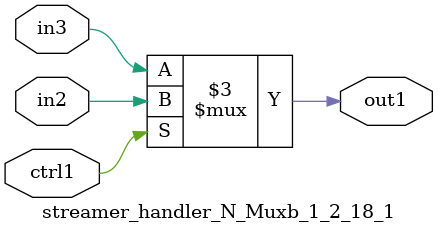
<source format=v>

`timescale 1ps / 1ps


module streamer_handler_N_Muxb_1_2_18_1( in3, in2, ctrl1, out1 );

    input in3;
    input in2;
    input ctrl1;
    output out1;
    reg out1;

    
    // rtl_process:streamer_handler_N_Muxb_1_2_18_1/streamer_handler_N_Muxb_1_2_18_1_thread_1
    always @*
      begin : streamer_handler_N_Muxb_1_2_18_1_thread_1
        case (ctrl1) 
          1'b1: 
            begin
              out1 = in2;
            end
          default: 
            begin
              out1 = in3;
            end
        endcase
      end

endmodule


</source>
